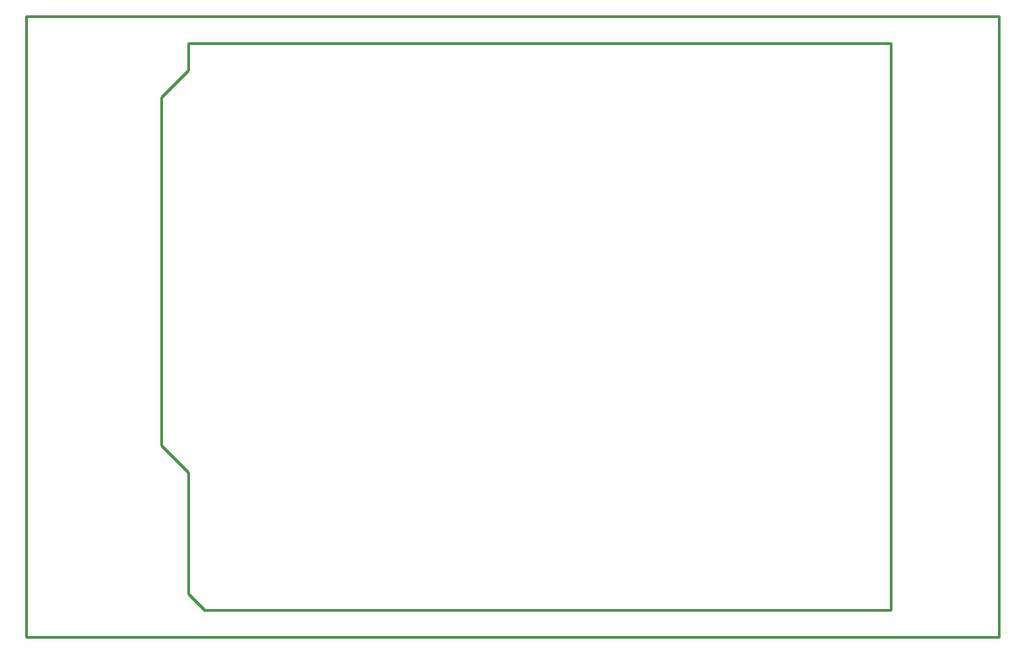
<source format=gko>
G04 ---------------------------- Layer name :KeepOutLayer *
G04 easyEDA 0.1*
G04 Scale: 100 percent, Rotated: No, Reflected: No *
G04 Dimensions in inches *
G04 leading zeros omitted , absolute positions ,2 integer and 4 * 
%FSLAX24Y24*%
%MOIN*%
G90*
G70D02*

%ADD10C,0.010000*%
G54D10*
G01X0Y23000D02*
G01X36000Y23000D01*
G01X36000Y0D01*
G01X0Y0D01*
G01X0Y23000D01*
G01X32000Y22000D02*
G01X6000Y22000D01*
G01X6000Y22000D02*
G01X6000Y21000D01*
G01X6000Y21000D02*
G01X5000Y20000D01*
G01X5000Y20000D02*
G01X5000Y7100D01*
G01X5000Y7100D02*
G01X6000Y6100D01*
G01X6000Y6100D02*
G01X6000Y1600D01*
G01X6000Y1600D02*
G01X6600Y1000D01*
G01X6600Y1000D02*
G01X32000Y1000D01*
G01X32000Y1000D02*
G01X32000Y22000D01*

%LPD*%

M00*
M02*
</source>
